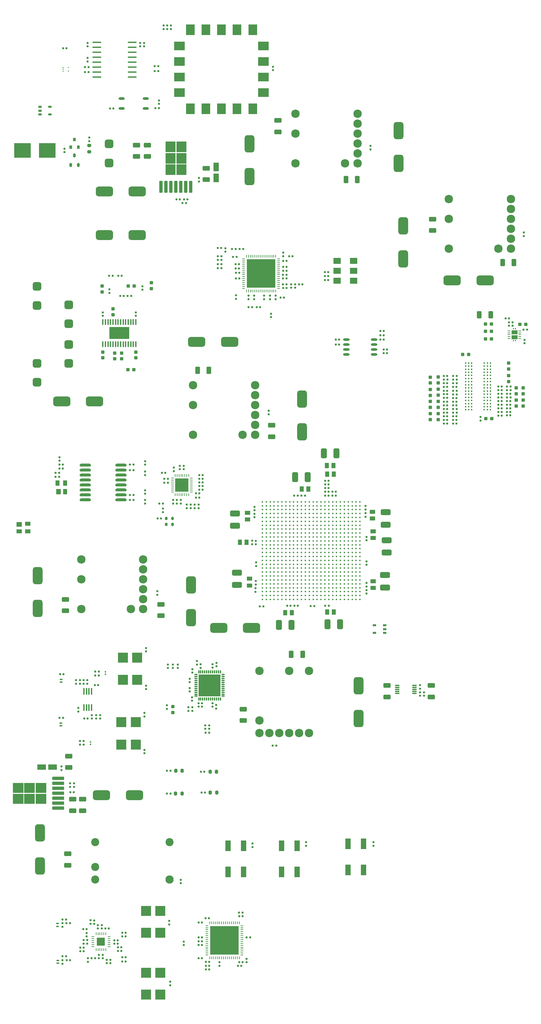
<source format=gtp>
G04*
G04 #@! TF.GenerationSoftware,Altium Limited,Altium Designer,22.11.1 (43)*
G04*
G04 Layer_Color=8421504*
%FSLAX44Y44*%
%MOMM*%
G71*
G04*
G04 #@! TF.SameCoordinates,53296E8D-2C6D-437B-9D4A-58ED0EF3D4B0*
G04*
G04*
G04 #@! TF.FilePolarity,Positive*
G04*
G01*
G75*
%ADD30R,2.5750X2.7100*%
%ADD31R,5.1600X3.1000*%
%ADD32R,2.7100X2.5750*%
%ADD33C,0.4500*%
G04:AMPARAMS|DCode=34|XSize=1.397mm|YSize=1.0922mm|CornerRadius=0.2021mm|HoleSize=0mm|Usage=FLASHONLY|Rotation=90.000|XOffset=0mm|YOffset=0mm|HoleType=Round|Shape=RoundedRectangle|*
%AMROUNDEDRECTD34*
21,1,1.3970,0.6881,0,0,90.0*
21,1,0.9929,1.0922,0,0,90.0*
1,1,0.4041,0.3440,0.4964*
1,1,0.4041,0.3440,-0.4964*
1,1,0.4041,-0.3440,-0.4964*
1,1,0.4041,-0.3440,0.4964*
%
%ADD34ROUNDEDRECTD34*%
%ADD35R,1.3500X2.7000*%
%ADD36C,2.1590*%
G04:AMPARAMS|DCode=37|XSize=4.4mm|YSize=2.5mm|CornerRadius=0.625mm|HoleSize=0mm|Usage=FLASHONLY|Rotation=90.000|XOffset=0mm|YOffset=0mm|HoleType=Round|Shape=RoundedRectangle|*
%AMROUNDEDRECTD37*
21,1,4.4000,1.2500,0,0,90.0*
21,1,3.1500,2.5000,0,0,90.0*
1,1,1.2500,0.6250,1.5750*
1,1,1.2500,0.6250,-1.5750*
1,1,1.2500,-0.6250,-1.5750*
1,1,1.2500,-0.6250,1.5750*
%
%ADD37ROUNDEDRECTD37*%
G04:AMPARAMS|DCode=38|XSize=0.508mm|YSize=0.508mm|CornerRadius=0.1524mm|HoleSize=0mm|Usage=FLASHONLY|Rotation=180.000|XOffset=0mm|YOffset=0mm|HoleType=Round|Shape=RoundedRectangle|*
%AMROUNDEDRECTD38*
21,1,0.5080,0.2032,0,0,180.0*
21,1,0.2032,0.5080,0,0,180.0*
1,1,0.3048,-0.1016,0.1016*
1,1,0.3048,0.1016,0.1016*
1,1,0.3048,0.1016,-0.1016*
1,1,0.3048,-0.1016,-0.1016*
%
%ADD38ROUNDEDRECTD38*%
%ADD39R,0.9500X0.5000*%
G04:AMPARAMS|DCode=40|XSize=3.06mm|YSize=0.89mm|CornerRadius=0.2225mm|HoleSize=0mm|Usage=FLASHONLY|Rotation=90.000|XOffset=0mm|YOffset=0mm|HoleType=Round|Shape=RoundedRectangle|*
%AMROUNDEDRECTD40*
21,1,3.0600,0.4450,0,0,90.0*
21,1,2.6150,0.8900,0,0,90.0*
1,1,0.4450,0.2225,1.3075*
1,1,0.4450,0.2225,-1.3075*
1,1,0.4450,-0.2225,-1.3075*
1,1,0.4450,-0.2225,1.3075*
%
%ADD40ROUNDEDRECTD40*%
G04:AMPARAMS|DCode=41|XSize=1.8034mm|YSize=1.1938mm|CornerRadius=0.203mm|HoleSize=0mm|Usage=FLASHONLY|Rotation=270.000|XOffset=0mm|YOffset=0mm|HoleType=Round|Shape=RoundedRectangle|*
%AMROUNDEDRECTD41*
21,1,1.8034,0.7879,0,0,270.0*
21,1,1.3975,1.1938,0,0,270.0*
1,1,0.4059,-0.3940,-0.6988*
1,1,0.4059,-0.3940,0.6988*
1,1,0.4059,0.3940,0.6988*
1,1,0.4059,0.3940,-0.6988*
%
%ADD41ROUNDEDRECTD41*%
G04:AMPARAMS|DCode=42|XSize=0.508mm|YSize=0.508mm|CornerRadius=0.1524mm|HoleSize=0mm|Usage=FLASHONLY|Rotation=270.000|XOffset=0mm|YOffset=0mm|HoleType=Round|Shape=RoundedRectangle|*
%AMROUNDEDRECTD42*
21,1,0.5080,0.2032,0,0,270.0*
21,1,0.2032,0.5080,0,0,270.0*
1,1,0.3048,-0.1016,-0.1016*
1,1,0.3048,-0.1016,0.1016*
1,1,0.3048,0.1016,0.1016*
1,1,0.3048,0.1016,-0.1016*
%
%ADD42ROUNDEDRECTD42*%
G04:AMPARAMS|DCode=43|XSize=1.8034mm|YSize=1.1938mm|CornerRadius=0.203mm|HoleSize=0mm|Usage=FLASHONLY|Rotation=0.000|XOffset=0mm|YOffset=0mm|HoleType=Round|Shape=RoundedRectangle|*
%AMROUNDEDRECTD43*
21,1,1.8034,0.7879,0,0,0.0*
21,1,1.3975,1.1938,0,0,0.0*
1,1,0.4059,0.6988,-0.3940*
1,1,0.4059,-0.6988,-0.3940*
1,1,0.4059,-0.6988,0.3940*
1,1,0.4059,0.6988,0.3940*
%
%ADD43ROUNDEDRECTD43*%
%ADD44R,0.8000X0.2500*%
G04:AMPARAMS|DCode=45|XSize=3.4mm|YSize=3.4mm|CornerRadius=0mm|HoleSize=0mm|Usage=FLASHONLY|Rotation=0.000|XOffset=0mm|YOffset=0mm|HoleType=Round|Shape=RoundedRectangle|*
%AMROUNDEDRECTD45*
21,1,3.4000,3.4000,0,0,0.0*
21,1,3.4000,3.4000,0,0,0.0*
1,1,0.0000,1.7000,-1.7000*
1,1,0.0000,-1.7000,-1.7000*
1,1,0.0000,-1.7000,1.7000*
1,1,0.0000,1.7000,1.7000*
%
%ADD45ROUNDEDRECTD45*%
%ADD46R,0.2500X0.8000*%
%ADD47O,0.8000X0.2300*%
%ADD48O,0.2300X0.8000*%
%ADD49R,7.4000X7.4000*%
%ADD50R,1.9000X1.5000*%
%ADD51O,1.3500X0.3000*%
G04:AMPARAMS|DCode=52|XSize=4.4mm|YSize=2.5mm|CornerRadius=0.625mm|HoleSize=0mm|Usage=FLASHONLY|Rotation=0.000|XOffset=0mm|YOffset=0mm|HoleType=Round|Shape=RoundedRectangle|*
%AMROUNDEDRECTD52*
21,1,4.4000,1.2500,0,0,0.0*
21,1,3.1500,2.5000,0,0,0.0*
1,1,1.2500,1.5750,-0.6250*
1,1,1.2500,-1.5750,-0.6250*
1,1,1.2500,-1.5750,0.6250*
1,1,1.2500,1.5750,0.6250*
%
%ADD52ROUNDEDRECTD52*%
G04:AMPARAMS|DCode=53|XSize=2.5mm|YSize=1.5mm|CornerRadius=0.3mm|HoleSize=0mm|Usage=FLASHONLY|Rotation=270.000|XOffset=0mm|YOffset=0mm|HoleType=Round|Shape=RoundedRectangle|*
%AMROUNDEDRECTD53*
21,1,2.5000,0.9000,0,0,270.0*
21,1,1.9000,1.5000,0,0,270.0*
1,1,0.6000,-0.4500,-0.9500*
1,1,0.6000,-0.4500,0.9500*
1,1,0.6000,0.4500,0.9500*
1,1,0.6000,0.4500,-0.9500*
%
%ADD53ROUNDEDRECTD53*%
G04:AMPARAMS|DCode=54|XSize=2.5mm|YSize=1.5mm|CornerRadius=0.3mm|HoleSize=0mm|Usage=FLASHONLY|Rotation=0.000|XOffset=0mm|YOffset=0mm|HoleType=Round|Shape=RoundedRectangle|*
%AMROUNDEDRECTD54*
21,1,2.5000,0.9000,0,0,0.0*
21,1,1.9000,1.5000,0,0,0.0*
1,1,0.6000,0.9500,-0.4500*
1,1,0.6000,-0.9500,-0.4500*
1,1,0.6000,-0.9500,0.4500*
1,1,0.6000,0.9500,0.4500*
%
%ADD54ROUNDEDRECTD54*%
G04:AMPARAMS|DCode=55|XSize=1.397mm|YSize=1.0922mm|CornerRadius=0.2021mm|HoleSize=0mm|Usage=FLASHONLY|Rotation=0.000|XOffset=0mm|YOffset=0mm|HoleType=Round|Shape=RoundedRectangle|*
%AMROUNDEDRECTD55*
21,1,1.3970,0.6881,0,0,0.0*
21,1,0.9929,1.0922,0,0,0.0*
1,1,0.4041,0.4964,-0.3440*
1,1,0.4041,-0.4964,-0.3440*
1,1,0.4041,-0.4964,0.3440*
1,1,0.4041,0.4964,0.3440*
%
%ADD55ROUNDEDRECTD55*%
%ADD56R,1.3500X2.2000*%
G04:AMPARAMS|DCode=57|XSize=0.24mm|YSize=0.6mm|CornerRadius=0.0492mm|HoleSize=0mm|Usage=FLASHONLY|Rotation=90.000|XOffset=0mm|YOffset=0mm|HoleType=Round|Shape=RoundedRectangle|*
%AMROUNDEDRECTD57*
21,1,0.2400,0.5016,0,0,90.0*
21,1,0.1416,0.6000,0,0,90.0*
1,1,0.0984,0.2508,0.0708*
1,1,0.0984,0.2508,-0.0708*
1,1,0.0984,-0.2508,-0.0708*
1,1,0.0984,-0.2508,0.0708*
%
%ADD57ROUNDEDRECTD57*%
G04:AMPARAMS|DCode=58|XSize=0.889mm|YSize=0.8636mm|CornerRadius=0.1511mm|HoleSize=0mm|Usage=FLASHONLY|Rotation=270.000|XOffset=0mm|YOffset=0mm|HoleType=Round|Shape=RoundedRectangle|*
%AMROUNDEDRECTD58*
21,1,0.8890,0.5613,0,0,270.0*
21,1,0.5867,0.8636,0,0,270.0*
1,1,0.3023,-0.2807,-0.2934*
1,1,0.3023,-0.2807,0.2934*
1,1,0.3023,0.2807,0.2934*
1,1,0.3023,0.2807,-0.2934*
%
%ADD58ROUNDEDRECTD58*%
G04:AMPARAMS|DCode=59|XSize=0.889mm|YSize=0.8636mm|CornerRadius=0.1511mm|HoleSize=0mm|Usage=FLASHONLY|Rotation=0.000|XOffset=0mm|YOffset=0mm|HoleType=Round|Shape=RoundedRectangle|*
%AMROUNDEDRECTD59*
21,1,0.8890,0.5613,0,0,0.0*
21,1,0.5867,0.8636,0,0,0.0*
1,1,0.3023,0.2934,-0.2807*
1,1,0.3023,-0.2934,-0.2807*
1,1,0.3023,-0.2934,0.2807*
1,1,0.3023,0.2934,0.2807*
%
%ADD59ROUNDEDRECTD59*%
%ADD60O,1.6500X0.6000*%
G04:AMPARAMS|DCode=61|XSize=1mm|YSize=0.8mm|CornerRadius=0.2mm|HoleSize=0mm|Usage=FLASHONLY|Rotation=180.000|XOffset=0mm|YOffset=0mm|HoleType=Round|Shape=RoundedRectangle|*
%AMROUNDEDRECTD61*
21,1,1.0000,0.4000,0,0,180.0*
21,1,0.6000,0.8000,0,0,180.0*
1,1,0.4000,-0.3000,0.2000*
1,1,0.4000,0.3000,0.2000*
1,1,0.4000,0.3000,-0.2000*
1,1,0.4000,-0.3000,-0.2000*
%
%ADD61ROUNDEDRECTD61*%
G04:AMPARAMS|DCode=62|XSize=0.75mm|YSize=0.85mm|CornerRadius=0.055mm|HoleSize=0mm|Usage=FLASHONLY|Rotation=180.000|XOffset=0mm|YOffset=0mm|HoleType=Round|Shape=RoundedRectangle|*
%AMROUNDEDRECTD62*
21,1,0.7500,0.7400,0,0,180.0*
21,1,0.6400,0.8500,0,0,180.0*
1,1,0.1100,-0.3200,0.3700*
1,1,0.1100,0.3200,0.3700*
1,1,0.1100,0.3200,-0.3700*
1,1,0.1100,-0.3200,-0.3700*
%
%ADD62ROUNDEDRECTD62*%
G04:AMPARAMS|DCode=63|XSize=0.75mm|YSize=0.95mm|CornerRadius=0.175mm|HoleSize=0mm|Usage=FLASHONLY|Rotation=180.000|XOffset=0mm|YOffset=0mm|HoleType=Round|Shape=RoundedRectangle|*
%AMROUNDEDRECTD63*
21,1,0.7500,0.6000,0,0,180.0*
21,1,0.4000,0.9500,0,0,180.0*
1,1,0.3500,-0.2000,0.3000*
1,1,0.3500,0.2000,0.3000*
1,1,0.3500,0.2000,-0.3000*
1,1,0.3500,-0.2000,-0.3000*
%
%ADD63ROUNDEDRECTD63*%
%ADD64R,2.7500X2.2500*%
%ADD65R,2.2500X2.7500*%
G04:AMPARAMS|DCode=66|XSize=0.6mm|YSize=0.8mm|CornerRadius=0.1375mm|HoleSize=0mm|Usage=FLASHONLY|Rotation=0.000|XOffset=0mm|YOffset=0mm|HoleType=Round|Shape=RoundedRectangle|*
%AMROUNDEDRECTD66*
21,1,0.6000,0.5250,0,0,0.0*
21,1,0.3250,0.8000,0,0,0.0*
1,1,0.2750,0.1625,-0.2625*
1,1,0.2750,-0.1625,-0.2625*
1,1,0.2750,-0.1625,0.2625*
1,1,0.2750,0.1625,0.2625*
%
%ADD66ROUNDEDRECTD66*%
%ADD67O,0.3000X1.6000*%
G04:AMPARAMS|DCode=68|XSize=2.26mm|YSize=2.16mm|CornerRadius=0.54mm|HoleSize=0mm|Usage=FLASHONLY|Rotation=180.000|XOffset=0mm|YOffset=0mm|HoleType=Round|Shape=RoundedRectangle|*
%AMROUNDEDRECTD68*
21,1,2.2600,1.0800,0,0,180.0*
21,1,1.1800,2.1600,0,0,180.0*
1,1,1.0800,-0.5900,0.5400*
1,1,1.0800,0.5900,0.5400*
1,1,1.0800,0.5900,-0.5400*
1,1,1.0800,-0.5900,-0.5400*
%
%ADD68ROUNDEDRECTD68*%
%ADD69R,1.2000X1.4000*%
%ADD70R,1.0000X1.4000*%
%ADD71R,1.4000X1.2000*%
%ADD72R,1.4000X1.0000*%
G04:AMPARAMS|DCode=73|XSize=3.06mm|YSize=0.89mm|CornerRadius=0.2225mm|HoleSize=0mm|Usage=FLASHONLY|Rotation=180.000|XOffset=0mm|YOffset=0mm|HoleType=Round|Shape=RoundedRectangle|*
%AMROUNDEDRECTD73*
21,1,3.0600,0.4450,0,0,180.0*
21,1,2.6150,0.8900,0,0,180.0*
1,1,0.4450,-1.3075,0.2225*
1,1,0.4450,1.3075,0.2225*
1,1,0.4450,1.3075,-0.2225*
1,1,0.4450,-1.3075,-0.2225*
%
%ADD73ROUNDEDRECTD73*%
%ADD74R,2.6000X2.5000*%
%ADD75R,7.4000X7.4000*%
%ADD76R,2.1000X2.1000*%
%ADD77O,0.2000X0.8000*%
%ADD78O,0.8000X0.2000*%
G04:AMPARAMS|DCode=79|XSize=0.35mm|YSize=0.65mm|CornerRadius=0.025mm|HoleSize=0mm|Usage=FLASHONLY|Rotation=270.000|XOffset=0mm|YOffset=0mm|HoleType=Round|Shape=RoundedRectangle|*
%AMROUNDEDRECTD79*
21,1,0.3500,0.6000,0,0,270.0*
21,1,0.3000,0.6500,0,0,270.0*
1,1,0.0500,-0.3000,-0.1500*
1,1,0.0500,-0.3000,0.1500*
1,1,0.0500,0.3000,0.1500*
1,1,0.0500,0.3000,-0.1500*
%
%ADD79ROUNDEDRECTD79*%
%ADD80O,0.2800X0.8500*%
%ADD81O,0.8500X0.2800*%
%ADD82R,5.6000X5.6000*%
%ADD83O,0.4000X1.8000*%
%ADD84R,0.4572X0.3048*%
%ADD85O,2.9210X0.7620*%
%ADD86R,4.2418X3.8100*%
G04:AMPARAMS|DCode=87|XSize=0.25mm|YSize=0.4mm|CornerRadius=0.05mm|HoleSize=0mm|Usage=FLASHONLY|Rotation=90.000|XOffset=0mm|YOffset=0mm|HoleType=Round|Shape=RoundedRectangle|*
%AMROUNDEDRECTD87*
21,1,0.2500,0.3000,0,0,90.0*
21,1,0.1500,0.4000,0,0,90.0*
1,1,0.1000,0.1500,0.0750*
1,1,0.1000,0.1500,-0.0750*
1,1,0.1000,-0.1500,-0.0750*
1,1,0.1000,-0.1500,0.0750*
%
%ADD87ROUNDEDRECTD87*%
%ADD88C,2.1090*%
%ADD89C,2.0574*%
%ADD90R,2.2000X1.3500*%
%ADD91O,1.6000X0.6000*%
%ADD92R,2.1990X0.4590*%
G04:AMPARAMS|DCode=93|XSize=1mm|YSize=0.8mm|CornerRadius=0.2mm|HoleSize=0mm|Usage=FLASHONLY|Rotation=270.000|XOffset=0mm|YOffset=0mm|HoleType=Round|Shape=RoundedRectangle|*
%AMROUNDEDRECTD93*
21,1,1.0000,0.4000,0,0,270.0*
21,1,0.6000,0.8000,0,0,270.0*
1,1,0.4000,-0.2000,-0.3000*
1,1,0.4000,-0.2000,0.3000*
1,1,0.4000,0.2000,0.3000*
1,1,0.4000,0.2000,-0.3000*
%
%ADD93ROUNDEDRECTD93*%
G36*
X1371754Y1799372D02*
X1373254Y1799371D01*
X1373354Y1799371D01*
X1373537Y1799296D01*
X1373678Y1799155D01*
X1373755Y1798971D01*
Y1798872D01*
X1373755Y1796472D01*
X1373755Y1796373D01*
X1373679Y1796188D01*
X1373538Y1796047D01*
X1373353Y1795971D01*
X1373254Y1795971D01*
X1371754Y1795971D01*
X1371654Y1795971D01*
X1371471Y1796048D01*
X1371330Y1796189D01*
X1371254Y1796373D01*
X1371254Y1796472D01*
X1371254Y1798871D01*
X1371254Y1798971D01*
X1371330Y1799155D01*
X1371471Y1799296D01*
X1371655Y1799372D01*
X1371754Y1799372D01*
D02*
G37*
G36*
X1366754D02*
X1368254Y1799371D01*
X1368353Y1799371D01*
X1368537Y1799296D01*
X1368678Y1799155D01*
X1368754Y1798971D01*
Y1798872D01*
X1368755Y1796472D01*
X1368755Y1796373D01*
X1368679Y1796188D01*
X1368538Y1796047D01*
X1368353Y1795971D01*
X1368254Y1795971D01*
X1366754Y1795971D01*
X1366654Y1795971D01*
X1366471Y1796048D01*
X1366330Y1796189D01*
X1366254Y1796373D01*
X1366254Y1796472D01*
X1366254Y1798871D01*
X1366254Y1798971D01*
X1366330Y1799155D01*
X1366471Y1799296D01*
X1366655Y1799372D01*
X1366754Y1799372D01*
D02*
G37*
G36*
X1377070Y1793820D02*
X1377351Y1793539D01*
X1377503Y1793172D01*
X1377503Y1792973D01*
X1377503Y1784371D01*
X1377503Y1784172D01*
X1377351Y1783805D01*
X1377070Y1783524D01*
X1376703Y1783372D01*
X1376504Y1783372D01*
X1363504Y1783371D01*
X1363305Y1783371D01*
X1362937Y1783523D01*
X1362656Y1783805D01*
X1362504Y1784172D01*
X1362504Y1784371D01*
X1362504Y1792971D01*
X1362503Y1793170D01*
X1362655Y1793538D01*
X1362937Y1793819D01*
X1363305Y1793972D01*
X1363504Y1793971D01*
X1376503Y1793972D01*
X1376702Y1793972D01*
X1377070Y1793820D01*
D02*
G37*
G36*
X1376703Y1781371D02*
X1377071Y1781219D01*
X1377352Y1780938D01*
X1377504Y1780571D01*
X1377504Y1780372D01*
X1377505Y1771772D01*
X1377505Y1771573D01*
X1377353Y1771205D01*
X1377071Y1770923D01*
X1376703Y1770771D01*
X1376504Y1770771D01*
X1363505Y1770771D01*
X1363306Y1770771D01*
X1362939Y1770923D01*
X1362657Y1771204D01*
X1362505Y1771571D01*
X1362505Y1771770D01*
X1362505Y1780372D01*
X1362505Y1780571D01*
X1362657Y1780938D01*
X1362938Y1781219D01*
X1363305Y1781371D01*
X1363504Y1781371D01*
X1376505Y1781372D01*
X1376703Y1781371D01*
D02*
G37*
G36*
X1371754Y1768772D02*
X1373255Y1768772D01*
X1373354Y1768771D01*
X1373538Y1768695D01*
X1373678Y1768554D01*
X1373754Y1768370D01*
X1373754Y1768271D01*
X1373754Y1765871D01*
X1373754Y1765772D01*
X1373678Y1765588D01*
X1373537Y1765447D01*
X1373353Y1765371D01*
X1373254Y1765371D01*
X1371754Y1765372D01*
X1371655Y1765371D01*
X1371471Y1765447D01*
X1371330Y1765588D01*
X1371254Y1765771D01*
Y1765871D01*
X1371253Y1768270D01*
X1371253Y1768370D01*
X1371329Y1768554D01*
X1371470Y1768696D01*
X1371655Y1768772D01*
X1371754Y1768772D01*
D02*
G37*
G36*
X1366754D02*
X1368255Y1768772D01*
X1368354Y1768771D01*
X1368538Y1768695D01*
X1368678Y1768554D01*
X1368754Y1768370D01*
X1368754Y1768271D01*
X1368754Y1765871D01*
X1368754Y1765772D01*
X1368678Y1765588D01*
X1368537Y1765447D01*
X1368353Y1765371D01*
X1368254Y1765371D01*
X1366754Y1765372D01*
X1366655Y1765371D01*
X1366471Y1765447D01*
X1366330Y1765588D01*
X1366254Y1765771D01*
Y1765871D01*
X1366253Y1768270D01*
X1366253Y1768370D01*
X1366329Y1768554D01*
X1366470Y1768696D01*
X1366655Y1768772D01*
X1366754Y1768772D01*
D02*
G37*
G36*
X532960Y1403909D02*
X524259D01*
Y1412609D01*
X532960D01*
Y1403909D01*
D02*
G37*
G36*
X522259D02*
X513559D01*
Y1412609D01*
X522259D01*
Y1403909D01*
D02*
G37*
G36*
X511559D02*
X502859D01*
Y1412609D01*
X511559D01*
Y1403909D01*
D02*
G37*
G36*
X532960Y1393209D02*
X524259D01*
Y1401909D01*
X532960D01*
Y1393209D01*
D02*
G37*
G36*
X522259D02*
X513559D01*
Y1401909D01*
X522259D01*
Y1393209D01*
D02*
G37*
G36*
X511559D02*
X502859D01*
Y1401909D01*
X511559D01*
Y1393209D01*
D02*
G37*
G36*
X532960Y1382509D02*
X524259D01*
Y1391209D01*
X532960D01*
Y1382509D01*
D02*
G37*
G36*
X522259D02*
X513559D01*
Y1391209D01*
X522259D01*
Y1382509D01*
D02*
G37*
G36*
X511559D02*
X502859D01*
Y1391209D01*
X511559D01*
Y1382509D01*
D02*
G37*
D30*
X516239Y2234232D02*
D03*
Y2205132D02*
D03*
Y2263332D02*
D03*
X488480D02*
D03*
Y2205132D02*
D03*
Y2234232D02*
D03*
D31*
X357580Y1786529D02*
D03*
D32*
X127511Y621837D02*
D03*
X156588Y621837D02*
D03*
X98389D02*
D03*
Y594078D02*
D03*
X156588D02*
D03*
X127511Y594078D02*
D03*
D33*
X724073Y1354560D02*
D03*
Y1344560D02*
D03*
Y1324560D02*
D03*
Y1334560D02*
D03*
Y1314560D02*
D03*
Y1304560D02*
D03*
Y1284560D02*
D03*
Y1274560D02*
D03*
Y1264560D02*
D03*
Y1244560D02*
D03*
Y1254560D02*
D03*
Y1294560D02*
D03*
Y1234560D02*
D03*
Y1224560D02*
D03*
Y1214560D02*
D03*
Y1204560D02*
D03*
Y1184560D02*
D03*
Y1194560D02*
D03*
Y1174560D02*
D03*
Y1134560D02*
D03*
Y1124560D02*
D03*
Y1144560D02*
D03*
Y1154560D02*
D03*
Y1164560D02*
D03*
Y1114560D02*
D03*
Y1104560D02*
D03*
X734073Y1354560D02*
D03*
Y1344560D02*
D03*
Y1334560D02*
D03*
Y1324560D02*
D03*
Y1314560D02*
D03*
Y1304560D02*
D03*
Y1294560D02*
D03*
Y1284560D02*
D03*
Y1274560D02*
D03*
Y1264560D02*
D03*
Y1254560D02*
D03*
Y1244560D02*
D03*
Y1234560D02*
D03*
Y1224560D02*
D03*
Y1214560D02*
D03*
Y1204560D02*
D03*
Y1194560D02*
D03*
Y1184560D02*
D03*
Y1174560D02*
D03*
Y1164560D02*
D03*
Y1154560D02*
D03*
Y1144560D02*
D03*
Y1134560D02*
D03*
Y1124560D02*
D03*
Y1114560D02*
D03*
Y1104560D02*
D03*
X744073Y1354560D02*
D03*
Y1344560D02*
D03*
Y1334560D02*
D03*
Y1324560D02*
D03*
Y1314560D02*
D03*
Y1304560D02*
D03*
Y1294560D02*
D03*
Y1284560D02*
D03*
Y1274560D02*
D03*
Y1264560D02*
D03*
Y1254560D02*
D03*
Y1244560D02*
D03*
Y1234560D02*
D03*
Y1224560D02*
D03*
Y1214560D02*
D03*
Y1204560D02*
D03*
Y1194560D02*
D03*
Y1184560D02*
D03*
Y1174560D02*
D03*
Y1164560D02*
D03*
Y1154560D02*
D03*
Y1144560D02*
D03*
Y1134560D02*
D03*
Y1124560D02*
D03*
Y1114560D02*
D03*
Y1104560D02*
D03*
X754073Y1354560D02*
D03*
Y1344560D02*
D03*
Y1334560D02*
D03*
Y1324560D02*
D03*
Y1314560D02*
D03*
Y1304560D02*
D03*
Y1294560D02*
D03*
Y1284560D02*
D03*
Y1274560D02*
D03*
Y1264560D02*
D03*
Y1254560D02*
D03*
Y1244560D02*
D03*
Y1234560D02*
D03*
Y1224560D02*
D03*
Y1214560D02*
D03*
Y1204560D02*
D03*
Y1194560D02*
D03*
Y1184560D02*
D03*
Y1174560D02*
D03*
Y1164560D02*
D03*
Y1154560D02*
D03*
Y1144560D02*
D03*
Y1134560D02*
D03*
Y1124560D02*
D03*
Y1114560D02*
D03*
Y1104560D02*
D03*
X764073Y1354560D02*
D03*
Y1344560D02*
D03*
Y1334560D02*
D03*
Y1324560D02*
D03*
Y1314560D02*
D03*
Y1304560D02*
D03*
Y1294560D02*
D03*
Y1284560D02*
D03*
Y1274560D02*
D03*
Y1264560D02*
D03*
Y1254560D02*
D03*
Y1244560D02*
D03*
Y1234560D02*
D03*
Y1224560D02*
D03*
Y1214560D02*
D03*
Y1204560D02*
D03*
Y1194560D02*
D03*
Y1184560D02*
D03*
Y1174560D02*
D03*
Y1164560D02*
D03*
Y1154560D02*
D03*
Y1144560D02*
D03*
Y1134560D02*
D03*
Y1124560D02*
D03*
Y1114560D02*
D03*
Y1104560D02*
D03*
X774073Y1354560D02*
D03*
Y1344560D02*
D03*
Y1334560D02*
D03*
Y1324560D02*
D03*
Y1314560D02*
D03*
Y1304560D02*
D03*
Y1294560D02*
D03*
Y1284560D02*
D03*
Y1274560D02*
D03*
Y1264560D02*
D03*
Y1254560D02*
D03*
Y1244560D02*
D03*
Y1234560D02*
D03*
Y1224560D02*
D03*
Y1214560D02*
D03*
Y1204560D02*
D03*
Y1194560D02*
D03*
Y1184560D02*
D03*
Y1174560D02*
D03*
Y1164560D02*
D03*
Y1154560D02*
D03*
Y1144560D02*
D03*
Y1134560D02*
D03*
Y1124560D02*
D03*
Y1114560D02*
D03*
Y1104560D02*
D03*
X784073Y1354560D02*
D03*
Y1344560D02*
D03*
Y1334560D02*
D03*
Y1324560D02*
D03*
Y1314560D02*
D03*
Y1304560D02*
D03*
Y1294560D02*
D03*
Y1284560D02*
D03*
Y1274560D02*
D03*
Y1264560D02*
D03*
Y1254560D02*
D03*
Y1244560D02*
D03*
Y1234560D02*
D03*
Y1224560D02*
D03*
Y1214560D02*
D03*
Y1204560D02*
D03*
Y1194560D02*
D03*
Y1184560D02*
D03*
Y1174560D02*
D03*
Y1164560D02*
D03*
Y1154560D02*
D03*
Y1144560D02*
D03*
Y1134560D02*
D03*
Y1124560D02*
D03*
Y1114560D02*
D03*
Y1104560D02*
D03*
X794073Y1354560D02*
D03*
Y1344560D02*
D03*
Y1334560D02*
D03*
Y1324560D02*
D03*
Y1314560D02*
D03*
Y1304560D02*
D03*
Y1294560D02*
D03*
Y1284560D02*
D03*
Y1274560D02*
D03*
Y1264560D02*
D03*
Y1254560D02*
D03*
Y1244560D02*
D03*
Y1234560D02*
D03*
Y1224560D02*
D03*
Y1214560D02*
D03*
Y1204560D02*
D03*
Y1194560D02*
D03*
Y1184560D02*
D03*
Y1174560D02*
D03*
Y1164560D02*
D03*
Y1154560D02*
D03*
Y1144560D02*
D03*
Y1134560D02*
D03*
Y1124560D02*
D03*
Y1114560D02*
D03*
Y1104560D02*
D03*
X804073Y1354560D02*
D03*
Y1344560D02*
D03*
Y1334560D02*
D03*
Y1324560D02*
D03*
Y1314560D02*
D03*
Y1304560D02*
D03*
Y1294560D02*
D03*
Y1284560D02*
D03*
Y1274560D02*
D03*
Y1264560D02*
D03*
Y1254560D02*
D03*
Y1244560D02*
D03*
Y1234560D02*
D03*
Y1224560D02*
D03*
Y1214560D02*
D03*
Y1204560D02*
D03*
Y1194560D02*
D03*
Y1184560D02*
D03*
Y1174560D02*
D03*
Y1164560D02*
D03*
Y1154560D02*
D03*
Y1144560D02*
D03*
Y1134560D02*
D03*
Y1124560D02*
D03*
Y1114560D02*
D03*
Y1104560D02*
D03*
X814073Y1354560D02*
D03*
Y1344560D02*
D03*
Y1334560D02*
D03*
Y1324560D02*
D03*
Y1314560D02*
D03*
Y1304560D02*
D03*
Y1294560D02*
D03*
Y1284560D02*
D03*
Y1274560D02*
D03*
Y1264560D02*
D03*
Y1254560D02*
D03*
Y1244560D02*
D03*
Y1234560D02*
D03*
Y1224560D02*
D03*
Y1214560D02*
D03*
Y1204560D02*
D03*
Y1194560D02*
D03*
Y1184560D02*
D03*
Y1174560D02*
D03*
Y1164560D02*
D03*
Y1154560D02*
D03*
Y1144560D02*
D03*
Y1134560D02*
D03*
Y1124560D02*
D03*
Y1114560D02*
D03*
Y1104560D02*
D03*
X824073Y1354560D02*
D03*
Y1344560D02*
D03*
Y1334560D02*
D03*
Y1324560D02*
D03*
Y1314560D02*
D03*
Y1304560D02*
D03*
Y1294560D02*
D03*
Y1284560D02*
D03*
Y1274560D02*
D03*
Y1264560D02*
D03*
Y1254560D02*
D03*
Y1244560D02*
D03*
Y1234560D02*
D03*
Y1224560D02*
D03*
Y1214560D02*
D03*
Y1204560D02*
D03*
Y1194560D02*
D03*
Y1184560D02*
D03*
Y1174560D02*
D03*
Y1164560D02*
D03*
Y1154560D02*
D03*
Y1144560D02*
D03*
Y1134560D02*
D03*
Y1124560D02*
D03*
Y1114560D02*
D03*
Y1104560D02*
D03*
X834073Y1354560D02*
D03*
Y1344560D02*
D03*
Y1334560D02*
D03*
Y1324560D02*
D03*
Y1314560D02*
D03*
Y1304560D02*
D03*
Y1294560D02*
D03*
Y1284560D02*
D03*
Y1274560D02*
D03*
Y1264560D02*
D03*
Y1254560D02*
D03*
Y1244560D02*
D03*
Y1234560D02*
D03*
Y1224560D02*
D03*
Y1214560D02*
D03*
Y1204560D02*
D03*
Y1194560D02*
D03*
Y1184560D02*
D03*
Y1174560D02*
D03*
Y1164560D02*
D03*
Y1154560D02*
D03*
Y1144560D02*
D03*
Y1134560D02*
D03*
Y1124560D02*
D03*
Y1114560D02*
D03*
Y1104560D02*
D03*
X844073Y1354560D02*
D03*
Y1344560D02*
D03*
Y1334560D02*
D03*
Y1324560D02*
D03*
Y1314560D02*
D03*
Y1304560D02*
D03*
Y1294560D02*
D03*
Y1284560D02*
D03*
Y1274560D02*
D03*
Y1264560D02*
D03*
Y1254560D02*
D03*
Y1244560D02*
D03*
Y1234560D02*
D03*
Y1224560D02*
D03*
Y1214560D02*
D03*
Y1204560D02*
D03*
Y1194560D02*
D03*
Y1184560D02*
D03*
Y1174560D02*
D03*
Y1164560D02*
D03*
Y1154560D02*
D03*
Y1144560D02*
D03*
Y1134560D02*
D03*
Y1124560D02*
D03*
Y1114560D02*
D03*
Y1104560D02*
D03*
X854073Y1354560D02*
D03*
Y1344560D02*
D03*
Y1334560D02*
D03*
Y1324560D02*
D03*
Y1314560D02*
D03*
Y1304560D02*
D03*
Y1294560D02*
D03*
Y1284560D02*
D03*
Y1274560D02*
D03*
Y1264560D02*
D03*
Y1254560D02*
D03*
Y1244560D02*
D03*
Y1234560D02*
D03*
Y1224560D02*
D03*
Y1214560D02*
D03*
Y1204560D02*
D03*
Y1194560D02*
D03*
Y1184560D02*
D03*
Y1174560D02*
D03*
Y1164560D02*
D03*
Y1154560D02*
D03*
Y1144560D02*
D03*
Y1134560D02*
D03*
Y1124560D02*
D03*
Y1114560D02*
D03*
Y1104560D02*
D03*
X864073Y1354560D02*
D03*
Y1344560D02*
D03*
Y1334560D02*
D03*
Y1324560D02*
D03*
Y1314560D02*
D03*
Y1304560D02*
D03*
Y1294560D02*
D03*
Y1284560D02*
D03*
Y1274560D02*
D03*
Y1264560D02*
D03*
Y1254560D02*
D03*
Y1244560D02*
D03*
Y1234560D02*
D03*
Y1224560D02*
D03*
Y1214560D02*
D03*
Y1204560D02*
D03*
Y1194560D02*
D03*
Y1184560D02*
D03*
Y1174560D02*
D03*
Y1164560D02*
D03*
Y1154560D02*
D03*
Y1144560D02*
D03*
Y1134560D02*
D03*
Y1124560D02*
D03*
Y1114560D02*
D03*
Y1104560D02*
D03*
X874073Y1354560D02*
D03*
Y1344560D02*
D03*
Y1334560D02*
D03*
Y1324560D02*
D03*
Y1314560D02*
D03*
Y1304560D02*
D03*
Y1294560D02*
D03*
Y1284560D02*
D03*
Y1274560D02*
D03*
Y1264560D02*
D03*
Y1254560D02*
D03*
Y1244560D02*
D03*
Y1234560D02*
D03*
Y1224560D02*
D03*
Y1214560D02*
D03*
Y1204560D02*
D03*
Y1194560D02*
D03*
Y1184560D02*
D03*
Y1174560D02*
D03*
Y1164560D02*
D03*
Y1154560D02*
D03*
Y1144560D02*
D03*
Y1134560D02*
D03*
Y1124560D02*
D03*
Y1114560D02*
D03*
Y1104560D02*
D03*
X884073Y1354560D02*
D03*
Y1344560D02*
D03*
Y1334560D02*
D03*
Y1324560D02*
D03*
Y1314560D02*
D03*
Y1304560D02*
D03*
Y1294560D02*
D03*
Y1284560D02*
D03*
Y1274560D02*
D03*
Y1264560D02*
D03*
Y1254560D02*
D03*
Y1244560D02*
D03*
Y1234560D02*
D03*
Y1224560D02*
D03*
Y1214560D02*
D03*
Y1204560D02*
D03*
Y1194560D02*
D03*
Y1184560D02*
D03*
Y1174560D02*
D03*
Y1164560D02*
D03*
Y1154560D02*
D03*
Y1144560D02*
D03*
Y1134560D02*
D03*
Y1124560D02*
D03*
Y1114560D02*
D03*
Y1104560D02*
D03*
X894073Y1354560D02*
D03*
Y1344560D02*
D03*
Y1334560D02*
D03*
Y1324560D02*
D03*
Y1314560D02*
D03*
Y1304560D02*
D03*
Y1294560D02*
D03*
Y1284560D02*
D03*
Y1274560D02*
D03*
Y1264560D02*
D03*
Y1254560D02*
D03*
Y1244560D02*
D03*
Y1234560D02*
D03*
Y1224560D02*
D03*
Y1214560D02*
D03*
Y1204560D02*
D03*
Y1194560D02*
D03*
Y1184560D02*
D03*
Y1174560D02*
D03*
Y1164560D02*
D03*
Y1154560D02*
D03*
Y1144560D02*
D03*
Y1134560D02*
D03*
Y1124560D02*
D03*
Y1114560D02*
D03*
Y1104560D02*
D03*
X904073Y1354560D02*
D03*
Y1344560D02*
D03*
Y1334560D02*
D03*
Y1324560D02*
D03*
Y1314560D02*
D03*
Y1304560D02*
D03*
Y1294560D02*
D03*
Y1284560D02*
D03*
Y1274560D02*
D03*
Y1264560D02*
D03*
Y1254560D02*
D03*
Y1244560D02*
D03*
Y1234560D02*
D03*
Y1224560D02*
D03*
Y1214560D02*
D03*
Y1204560D02*
D03*
Y1194560D02*
D03*
Y1184560D02*
D03*
Y1174560D02*
D03*
Y1164560D02*
D03*
Y1154560D02*
D03*
Y1144560D02*
D03*
Y1134560D02*
D03*
Y1124560D02*
D03*
Y1114560D02*
D03*
Y1104560D02*
D03*
X914073Y1354560D02*
D03*
Y1344560D02*
D03*
Y1334560D02*
D03*
Y1324560D02*
D03*
Y1314560D02*
D03*
Y1304560D02*
D03*
Y1294560D02*
D03*
Y1284560D02*
D03*
Y1274560D02*
D03*
Y1264560D02*
D03*
Y1254560D02*
D03*
Y1244560D02*
D03*
Y1234560D02*
D03*
Y1224560D02*
D03*
Y1214560D02*
D03*
Y1204560D02*
D03*
Y1194560D02*
D03*
Y1184560D02*
D03*
Y1174560D02*
D03*
Y1164560D02*
D03*
Y1154560D02*
D03*
Y1144560D02*
D03*
Y1134560D02*
D03*
Y1124560D02*
D03*
Y1114560D02*
D03*
Y1104560D02*
D03*
X924073Y1354560D02*
D03*
Y1344560D02*
D03*
Y1334560D02*
D03*
Y1324560D02*
D03*
Y1314560D02*
D03*
Y1304560D02*
D03*
Y1294560D02*
D03*
Y1284560D02*
D03*
Y1274560D02*
D03*
Y1264560D02*
D03*
Y1254560D02*
D03*
Y1244560D02*
D03*
Y1234560D02*
D03*
Y1224560D02*
D03*
Y1214560D02*
D03*
Y1204560D02*
D03*
Y1194560D02*
D03*
Y1184560D02*
D03*
Y1174560D02*
D03*
Y1164560D02*
D03*
Y1154560D02*
D03*
Y1144560D02*
D03*
Y1134560D02*
D03*
Y1124560D02*
D03*
Y1114560D02*
D03*
Y1104560D02*
D03*
X934073Y1354560D02*
D03*
Y1344560D02*
D03*
Y1334560D02*
D03*
Y1324560D02*
D03*
Y1314560D02*
D03*
Y1304560D02*
D03*
Y1294560D02*
D03*
Y1284560D02*
D03*
Y1274560D02*
D03*
Y1264560D02*
D03*
Y1254560D02*
D03*
Y1244560D02*
D03*
Y1234560D02*
D03*
Y1224560D02*
D03*
Y1214560D02*
D03*
Y1204560D02*
D03*
Y1194560D02*
D03*
Y1184560D02*
D03*
Y1174560D02*
D03*
Y1164560D02*
D03*
Y1154560D02*
D03*
Y1144560D02*
D03*
Y1134560D02*
D03*
Y1124560D02*
D03*
Y1114560D02*
D03*
Y1104560D02*
D03*
X944073Y1354560D02*
D03*
Y1344560D02*
D03*
Y1334560D02*
D03*
Y1324560D02*
D03*
Y1314560D02*
D03*
Y1304560D02*
D03*
Y1294560D02*
D03*
Y1284560D02*
D03*
Y1274560D02*
D03*
Y1264560D02*
D03*
Y1254560D02*
D03*
Y1244560D02*
D03*
Y1234560D02*
D03*
Y1224560D02*
D03*
Y1214560D02*
D03*
Y1204560D02*
D03*
Y1194560D02*
D03*
Y1184560D02*
D03*
Y1174560D02*
D03*
Y1164560D02*
D03*
Y1154560D02*
D03*
Y1144560D02*
D03*
Y1134560D02*
D03*
Y1124560D02*
D03*
Y1114560D02*
D03*
Y1104560D02*
D03*
X954073Y1354560D02*
D03*
Y1344560D02*
D03*
Y1334560D02*
D03*
Y1324560D02*
D03*
Y1314560D02*
D03*
Y1304560D02*
D03*
Y1294560D02*
D03*
Y1284560D02*
D03*
Y1274560D02*
D03*
Y1264560D02*
D03*
Y1254560D02*
D03*
Y1244560D02*
D03*
Y1234560D02*
D03*
Y1224560D02*
D03*
Y1214560D02*
D03*
Y1204560D02*
D03*
Y1194560D02*
D03*
Y1184560D02*
D03*
Y1174560D02*
D03*
Y1164560D02*
D03*
Y1154560D02*
D03*
Y1144560D02*
D03*
Y1134560D02*
D03*
Y1124560D02*
D03*
Y1114560D02*
D03*
Y1104560D02*
D03*
X964073Y1354560D02*
D03*
Y1344560D02*
D03*
Y1334560D02*
D03*
Y1324560D02*
D03*
Y1314560D02*
D03*
Y1304560D02*
D03*
Y1294560D02*
D03*
Y1284560D02*
D03*
Y1274560D02*
D03*
Y1264560D02*
D03*
Y1254560D02*
D03*
Y1244560D02*
D03*
Y1234560D02*
D03*
Y1224560D02*
D03*
Y1214560D02*
D03*
Y1204560D02*
D03*
Y1194560D02*
D03*
Y1184560D02*
D03*
Y1174560D02*
D03*
Y1164560D02*
D03*
Y1154560D02*
D03*
Y1144560D02*
D03*
Y1134560D02*
D03*
Y1124560D02*
D03*
Y1114560D02*
D03*
Y1104560D02*
D03*
X974073Y1354560D02*
D03*
Y1344560D02*
D03*
Y1334560D02*
D03*
Y1324560D02*
D03*
Y1314560D02*
D03*
Y1304560D02*
D03*
Y1294560D02*
D03*
Y1284560D02*
D03*
Y1274560D02*
D03*
Y1264560D02*
D03*
Y1254560D02*
D03*
Y1244560D02*
D03*
Y1234560D02*
D03*
Y1224560D02*
D03*
Y1214560D02*
D03*
Y1204560D02*
D03*
Y1194560D02*
D03*
Y1184560D02*
D03*
Y1174560D02*
D03*
Y1164560D02*
D03*
Y1154560D02*
D03*
Y1144560D02*
D03*
Y1134560D02*
D03*
Y1124560D02*
D03*
Y1114560D02*
D03*
Y1104560D02*
D03*
X1308408Y1590153D02*
D03*
X1300408D02*
D03*
X1292408D02*
D03*
X1260408D02*
D03*
X1252408D02*
D03*
X1244408D02*
D03*
X1308408Y1598153D02*
D03*
X1300408D02*
D03*
X1292408D02*
D03*
X1260408D02*
D03*
X1252408D02*
D03*
X1244408D02*
D03*
X1308408Y1606153D02*
D03*
X1300408D02*
D03*
X1292408D02*
D03*
X1260408D02*
D03*
X1252408D02*
D03*
X1244408D02*
D03*
X1308408Y1614153D02*
D03*
X1300408D02*
D03*
X1292408D02*
D03*
X1260408D02*
D03*
X1252408D02*
D03*
X1244408D02*
D03*
X1308408Y1622153D02*
D03*
X1300408D02*
D03*
X1292408D02*
D03*
X1260408D02*
D03*
X1252408D02*
D03*
X1244408D02*
D03*
X1308408Y1630153D02*
D03*
X1300408D02*
D03*
X1292408D02*
D03*
X1260408D02*
D03*
X1252408D02*
D03*
X1244408D02*
D03*
X1308408Y1638153D02*
D03*
X1300408D02*
D03*
X1292408D02*
D03*
X1260408D02*
D03*
X1252408D02*
D03*
X1244408D02*
D03*
X1308408Y1646153D02*
D03*
X1300408D02*
D03*
X1292408D02*
D03*
X1260408D02*
D03*
X1252408D02*
D03*
X1244408D02*
D03*
X1308408Y1654153D02*
D03*
X1300408D02*
D03*
X1292408D02*
D03*
X1260408D02*
D03*
X1252408D02*
D03*
X1244408D02*
D03*
X1308408Y1662153D02*
D03*
X1300408D02*
D03*
X1292408D02*
D03*
X1260408D02*
D03*
X1252408D02*
D03*
X1244408D02*
D03*
X1308408Y1670153D02*
D03*
X1300408D02*
D03*
X1292408D02*
D03*
X1260408D02*
D03*
X1252408D02*
D03*
X1244408D02*
D03*
X1308408Y1678153D02*
D03*
X1300408D02*
D03*
X1292408D02*
D03*
X1260408D02*
D03*
X1252408D02*
D03*
X1244408D02*
D03*
X1308408Y1686153D02*
D03*
X1300408D02*
D03*
X1292408D02*
D03*
X1260408D02*
D03*
X1252408D02*
D03*
X1244408D02*
D03*
X1308408Y1694153D02*
D03*
X1300408D02*
D03*
X1292408D02*
D03*
X1260408D02*
D03*
X1252408D02*
D03*
X1244408D02*
D03*
X1308408Y1702153D02*
D03*
X1300408D02*
D03*
X1292408D02*
D03*
X1260408D02*
D03*
X1252408D02*
D03*
X1244408D02*
D03*
X1308408Y1710153D02*
D03*
X1300408D02*
D03*
X1292408D02*
D03*
X1260408D02*
D03*
X1252408D02*
D03*
X1244408D02*
D03*
D34*
X799747Y1070976D02*
D03*
X782729D02*
D03*
X906371Y1447756D02*
D03*
X889353D02*
D03*
X906824Y1425095D02*
D03*
X889806D02*
D03*
X907197Y1072439D02*
D03*
X890179D02*
D03*
X666164Y1251267D02*
D03*
X683182D02*
D03*
X841861Y1387173D02*
D03*
X824843D02*
D03*
D35*
X635800Y474069D02*
D03*
X675800Y406569D02*
D03*
Y474069D02*
D03*
X635800Y406569D02*
D03*
X772960D02*
D03*
X812960Y474069D02*
D03*
Y406569D02*
D03*
X772960Y474069D02*
D03*
X943140Y479159D02*
D03*
X983140Y411659D02*
D03*
Y479159D02*
D03*
X943140Y411659D02*
D03*
D36*
X843190Y921391D02*
D03*
X792390D02*
D03*
X716190D02*
D03*
X843190Y762641D02*
D03*
X792390D02*
D03*
X817790D02*
D03*
X741590D02*
D03*
X766990D02*
D03*
X716190Y794391D02*
D03*
Y762641D02*
D03*
X967815Y2220869D02*
D03*
X936065D02*
D03*
X967815Y2271669D02*
D03*
Y2246269D02*
D03*
Y2322469D02*
D03*
Y2297069D02*
D03*
Y2347869D02*
D03*
X809065Y2220869D02*
D03*
Y2297069D02*
D03*
Y2347869D02*
D03*
X1201991Y2130173D02*
D03*
Y2079373D02*
D03*
Y2003173D02*
D03*
X1360741Y2130173D02*
D03*
Y2079373D02*
D03*
Y2104773D02*
D03*
Y2028573D02*
D03*
Y2053973D02*
D03*
X1328990Y2003173D02*
D03*
X1360741D02*
D03*
X259826Y1207134D02*
D03*
Y1156334D02*
D03*
Y1080134D02*
D03*
X418576Y1207134D02*
D03*
Y1156334D02*
D03*
Y1181734D02*
D03*
Y1105534D02*
D03*
Y1130934D02*
D03*
X386826Y1080134D02*
D03*
X418576D02*
D03*
X705108Y1526563D02*
D03*
X673358D02*
D03*
X705108Y1577363D02*
D03*
Y1551963D02*
D03*
Y1628163D02*
D03*
Y1602763D02*
D03*
Y1653563D02*
D03*
X546358Y1526563D02*
D03*
Y1602763D02*
D03*
Y1653563D02*
D03*
D37*
X1085134Y1976953D02*
D03*
Y2060953D02*
D03*
X1073154Y2220867D02*
D03*
Y2304867D02*
D03*
X690676Y2271488D02*
D03*
Y2187488D02*
D03*
X970370Y883461D02*
D03*
Y799461D02*
D03*
X825846Y1534003D02*
D03*
Y1618003D02*
D03*
X540931Y1057549D02*
D03*
Y1141549D02*
D03*
X148297Y1165679D02*
D03*
Y1081679D02*
D03*
X154600Y422369D02*
D03*
Y506369D02*
D03*
D38*
X308295Y799686D02*
D03*
Y808576D02*
D03*
X758220Y1882494D02*
D03*
Y1873604D02*
D03*
X688220Y1882414D02*
D03*
Y1873524D02*
D03*
X728340Y1882414D02*
D03*
Y1873524D02*
D03*
X743220Y1882414D02*
D03*
Y1873524D02*
D03*
X703220Y1882414D02*
D03*
Y1873524D02*
D03*
X655950Y1883049D02*
D03*
Y1874159D02*
D03*
X629586Y2003699D02*
D03*
Y1994809D02*
D03*
X807633Y1911492D02*
D03*
Y1902602D02*
D03*
X797393Y1911412D02*
D03*
Y1902522D02*
D03*
X777126Y1983679D02*
D03*
Y1992569D02*
D03*
X745680Y1827175D02*
D03*
Y1836065D02*
D03*
X1000899Y2266109D02*
D03*
Y2257219D02*
D03*
X1128124Y857852D02*
D03*
Y866742D02*
D03*
X1128064Y884827D02*
D03*
Y875937D02*
D03*
X1137821Y866633D02*
D03*
Y857743D02*
D03*
X987962Y1343759D02*
D03*
Y1334870D02*
D03*
X706731Y1151615D02*
D03*
Y1142725D02*
D03*
X706654Y1124255D02*
D03*
Y1133145D02*
D03*
X990834Y1193292D02*
D03*
Y1202182D02*
D03*
Y1146751D02*
D03*
Y1137861D02*
D03*
Y1119372D02*
D03*
Y1128262D02*
D03*
X990834Y1264957D02*
D03*
Y1256067D02*
D03*
X987996Y1316226D02*
D03*
Y1325116D02*
D03*
X707582Y1190348D02*
D03*
Y1199238D02*
D03*
X697869Y1246322D02*
D03*
Y1255212D02*
D03*
X707534Y1245670D02*
D03*
Y1254560D02*
D03*
X703754Y1314955D02*
D03*
Y1323845D02*
D03*
X703724Y1341992D02*
D03*
Y1333102D02*
D03*
X740255Y1587587D02*
D03*
Y1578697D02*
D03*
X561755Y2183678D02*
D03*
Y2174788D02*
D03*
X1282483Y1562888D02*
D03*
Y1571778D02*
D03*
X1395404Y1760431D02*
D03*
Y1769321D02*
D03*
X1393907Y2043954D02*
D03*
Y2035064D02*
D03*
X280579Y2287101D02*
D03*
Y2278211D02*
D03*
X216830Y2258786D02*
D03*
Y2249896D02*
D03*
X470640Y2565122D02*
D03*
Y2574012D02*
D03*
X480338Y2565281D02*
D03*
Y2574171D02*
D03*
X489660Y2565224D02*
D03*
Y2574114D02*
D03*
X410950Y2529551D02*
D03*
Y2520661D02*
D03*
X420946Y2529550D02*
D03*
Y2520660D02*
D03*
X458989Y2382329D02*
D03*
Y2373439D02*
D03*
X276220Y2482104D02*
D03*
Y2490995D02*
D03*
X276260Y2529550D02*
D03*
Y2520660D02*
D03*
X530240Y1347198D02*
D03*
Y1338308D02*
D03*
X540609Y1347196D02*
D03*
Y1338306D02*
D03*
X550560Y1347198D02*
D03*
Y1338308D02*
D03*
X560720Y1347198D02*
D03*
Y1338308D02*
D03*
X512262Y1437802D02*
D03*
Y1446692D02*
D03*
X497216Y1433357D02*
D03*
Y1442247D02*
D03*
X522259Y1437800D02*
D03*
Y1446690D02*
D03*
X515010Y1359296D02*
D03*
Y1350406D02*
D03*
X495410Y1359296D02*
D03*
Y1350406D02*
D03*
X505100D02*
D03*
Y1359296D02*
D03*
X469086Y1336991D02*
D03*
Y1328101D02*
D03*
X331780Y1898479D02*
D03*
Y1889589D02*
D03*
X416423Y1906617D02*
D03*
Y1897726D02*
D03*
X399830Y1839789D02*
D03*
Y1830899D02*
D03*
X315330Y1839787D02*
D03*
Y1830897D02*
D03*
X423464Y1458561D02*
D03*
Y1449671D02*
D03*
X423505Y1422957D02*
D03*
Y1431847D02*
D03*
X423503Y1350326D02*
D03*
Y1359216D02*
D03*
X423505Y1384313D02*
D03*
Y1375423D02*
D03*
X454571Y1125494D02*
D03*
Y1116604D02*
D03*
X514645Y386653D02*
D03*
Y377763D02*
D03*
X209489Y676962D02*
D03*
Y668072D02*
D03*
X241078Y633369D02*
D03*
Y624479D02*
D03*
X231637Y624610D02*
D03*
Y633500D02*
D03*
X522262Y228634D02*
D03*
Y219744D02*
D03*
X488086Y116479D02*
D03*
Y125369D02*
D03*
X683811Y175587D02*
D03*
Y184477D02*
D03*
X614410Y166644D02*
D03*
Y175534D02*
D03*
X211565Y275359D02*
D03*
Y266469D02*
D03*
X212239Y180534D02*
D03*
Y171644D02*
D03*
X485627Y272318D02*
D03*
Y281208D02*
D03*
X304880Y185592D02*
D03*
Y194482D02*
D03*
X302799Y261785D02*
D03*
Y270675D02*
D03*
X292880Y273872D02*
D03*
Y282762D02*
D03*
X273908Y250622D02*
D03*
Y241732D02*
D03*
X276860Y176801D02*
D03*
Y185691D02*
D03*
X283418Y273969D02*
D03*
Y282859D02*
D03*
X334831Y172892D02*
D03*
Y181782D02*
D03*
X315180Y185592D02*
D03*
Y194482D02*
D03*
X325620Y172892D02*
D03*
Y181782D02*
D03*
X312283Y261803D02*
D03*
Y270693D02*
D03*
X577905Y781978D02*
D03*
Y773088D02*
D03*
X588101Y781978D02*
D03*
Y773088D02*
D03*
X479424Y824476D02*
D03*
Y833366D02*
D03*
X421887Y710591D02*
D03*
Y719481D02*
D03*
X425697Y980112D02*
D03*
Y971222D02*
D03*
Y874914D02*
D03*
Y883804D02*
D03*
X252502Y817552D02*
D03*
Y826442D02*
D03*
X275445Y897809D02*
D03*
Y888919D02*
D03*
X256312Y897738D02*
D03*
Y888848D02*
D03*
X246284Y897738D02*
D03*
Y888848D02*
D03*
X266131Y897764D02*
D03*
Y888874D02*
D03*
X297876Y808499D02*
D03*
Y799609D02*
D03*
X286855Y808496D02*
D03*
Y799606D02*
D03*
X482274Y937895D02*
D03*
Y929005D02*
D03*
X507040Y937895D02*
D03*
Y929005D02*
D03*
X494974Y937895D02*
D03*
Y929005D02*
D03*
X544586Y925905D02*
D03*
Y917015D02*
D03*
X538116Y901405D02*
D03*
Y892515D02*
D03*
X538076Y869015D02*
D03*
Y877905D02*
D03*
X560352Y838755D02*
D03*
Y829865D02*
D03*
X543859Y854088D02*
D03*
Y845198D02*
D03*
X606315Y933382D02*
D03*
Y942272D02*
D03*
X556073Y938140D02*
D03*
Y947030D02*
D03*
X605633Y834417D02*
D03*
Y825527D02*
D03*
X566156Y929638D02*
D03*
Y938528D02*
D03*
X596117Y929718D02*
D03*
Y938608D02*
D03*
X596156Y838835D02*
D03*
Y829945D02*
D03*
X534266Y828205D02*
D03*
Y819315D02*
D03*
X544187Y828285D02*
D03*
Y819395D02*
D03*
X569062Y838835D02*
D03*
Y829945D02*
D03*
X421887Y813742D02*
D03*
Y804852D02*
D03*
X203867Y1459943D02*
D03*
Y1468833D02*
D03*
X751280Y2459629D02*
D03*
Y2468519D02*
D03*
X698980Y479689D02*
D03*
Y470799D02*
D03*
X836140Y482864D02*
D03*
Y473974D02*
D03*
X1008860Y473984D02*
D03*
Y482874D02*
D03*
D39*
X1011328Y1019228D02*
D03*
Y1038228D02*
D03*
X1037328D02*
D03*
Y1028728D02*
D03*
Y1019228D02*
D03*
X154080Y2365789D02*
D03*
Y2356289D02*
D03*
Y2346789D02*
D03*
X180080D02*
D03*
Y2365789D02*
D03*
D40*
X464260Y2161182D02*
D03*
X476960D02*
D03*
X489660D02*
D03*
X502360D02*
D03*
X515060D02*
D03*
X527760D02*
D03*
X540460D02*
D03*
D41*
X1368480Y1967074D02*
D03*
X1339524D02*
D03*
X967187Y2180163D02*
D03*
X938231D02*
D03*
X798128Y963806D02*
D03*
X827084D02*
D03*
X586740Y1691261D02*
D03*
X557784D02*
D03*
X1308764Y1833625D02*
D03*
X1279808D02*
D03*
D42*
X1402110Y1795824D02*
D03*
X1393220D02*
D03*
X884949Y1380245D02*
D03*
X893839D02*
D03*
X610109Y1983686D02*
D03*
X618999D02*
D03*
X655370Y2001834D02*
D03*
X646480D02*
D03*
X665742Y2001834D02*
D03*
X674632D02*
D03*
X657855Y1981679D02*
D03*
X648965D02*
D03*
X610109Y1973889D02*
D03*
X618999D02*
D03*
X618921Y1953049D02*
D03*
X610031D02*
D03*
X618919Y1963049D02*
D03*
X610029D02*
D03*
X664920Y1926429D02*
D03*
X656030D02*
D03*
X664205Y1963049D02*
D03*
X655315D02*
D03*
X664205Y1952419D02*
D03*
X655315D02*
D03*
X664840Y1941429D02*
D03*
X655950D02*
D03*
X618485Y2004334D02*
D03*
X609595D02*
D03*
X770250Y1877494D02*
D03*
X779140D02*
D03*
X776966Y1911429D02*
D03*
X785856D02*
D03*
X892805Y1922046D02*
D03*
X883915D02*
D03*
X892805Y1932206D02*
D03*
X883915D02*
D03*
X826765Y1911412D02*
D03*
X817875D02*
D03*
X892885Y1942366D02*
D03*
X883995D02*
D03*
X776858Y1936207D02*
D03*
X785748D02*
D03*
X777046Y1902339D02*
D03*
X785936D02*
D03*
X776698Y1926793D02*
D03*
X785588D02*
D03*
X777046Y1946429D02*
D03*
X785936D02*
D03*
X777046Y1971429D02*
D03*
X785936D02*
D03*
X777095Y1956166D02*
D03*
X785985D02*
D03*
X792475Y1983679D02*
D03*
X801365D02*
D03*
X688775Y1852569D02*
D03*
X697665D02*
D03*
X709330D02*
D03*
X718220D02*
D03*
X759565Y730455D02*
D03*
X750675D02*
D03*
X787173Y1088253D02*
D03*
X796063D02*
D03*
X815027D02*
D03*
X806137D02*
D03*
X717552Y1087147D02*
D03*
X726442D02*
D03*
X893797Y1389957D02*
D03*
X884907D02*
D03*
X893682Y1408668D02*
D03*
X884792D02*
D03*
X894249Y1088607D02*
D03*
X885359D02*
D03*
X856649Y1087890D02*
D03*
X847759D02*
D03*
X893744Y1399312D02*
D03*
X884854D02*
D03*
X833208Y1370617D02*
D03*
X824318D02*
D03*
X912228Y1380204D02*
D03*
X903338D02*
D03*
X805578Y1370466D02*
D03*
X814468D02*
D03*
X884777Y1370732D02*
D03*
X893667D02*
D03*
X912292D02*
D03*
X903402D02*
D03*
X519327Y2119866D02*
D03*
X528217D02*
D03*
X532230Y2129397D02*
D03*
X523340D02*
D03*
X512634Y2128987D02*
D03*
X503744D02*
D03*
X1221588Y1638714D02*
D03*
X1212698D02*
D03*
X1221342Y1601839D02*
D03*
X1212452D02*
D03*
X1221512Y1629537D02*
D03*
X1212622D02*
D03*
X1221291Y1610952D02*
D03*
X1212401D02*
D03*
X1221245Y1620487D02*
D03*
X1212355D02*
D03*
X1221460Y1564058D02*
D03*
X1212570D02*
D03*
X1221420Y1573618D02*
D03*
X1212530D02*
D03*
X1221530Y1583239D02*
D03*
X1212640D02*
D03*
X1221587Y1592612D02*
D03*
X1212697D02*
D03*
X1221460Y1554798D02*
D03*
X1212570D02*
D03*
X1221507Y1676997D02*
D03*
X1212617D02*
D03*
X1197551Y1677242D02*
D03*
X1188661D02*
D03*
X1035044Y1780969D02*
D03*
X1026154D02*
D03*
X911935Y1770019D02*
D03*
X920825D02*
D03*
X911933Y1757319D02*
D03*
X920823D02*
D03*
X1034411Y1735093D02*
D03*
X1043301D02*
D03*
X1043299Y1744619D02*
D03*
X1034409D02*
D03*
X1035125Y1770019D02*
D03*
X1026235D02*
D03*
X1035125Y1791609D02*
D03*
X1026235D02*
D03*
X1328214Y1594025D02*
D03*
X1337104D02*
D03*
X1328434Y1631034D02*
D03*
X1337324D02*
D03*
X1328447Y1612586D02*
D03*
X1337337D02*
D03*
X1328243Y1584831D02*
D03*
X1337133D02*
D03*
X1328295Y1603326D02*
D03*
X1337184D02*
D03*
X1328506Y1621946D02*
D03*
X1337397D02*
D03*
X1328447Y1649410D02*
D03*
X1337337D02*
D03*
X1328244Y1640243D02*
D03*
X1337134D02*
D03*
X1197404Y1554796D02*
D03*
X1188514D02*
D03*
X1197610Y1648759D02*
D03*
X1188720D02*
D03*
X1350707Y1621948D02*
D03*
X1359597D02*
D03*
X1350849Y1649412D02*
D03*
X1359738D02*
D03*
X1350252Y1575891D02*
D03*
X1359142D02*
D03*
X1350356Y1584833D02*
D03*
X1359246D02*
D03*
X1350849Y1640243D02*
D03*
X1359738D02*
D03*
X1350577Y1612586D02*
D03*
X1359467D02*
D03*
X1350356Y1603034D02*
D03*
X1359246D02*
D03*
X1197457Y1620586D02*
D03*
X1188567D02*
D03*
X1197466Y1601922D02*
D03*
X1188576D02*
D03*
X1221413Y1648759D02*
D03*
X1212523D02*
D03*
X1197413Y1630098D02*
D03*
X1188523D02*
D03*
X1197466Y1610950D02*
D03*
X1188576D02*
D03*
X1197657Y1573619D02*
D03*
X1188767D02*
D03*
X1197658Y1592612D02*
D03*
X1188768D02*
D03*
X1197404Y1564056D02*
D03*
X1188514D02*
D03*
X1197721Y1582856D02*
D03*
X1188831D02*
D03*
X1197521Y1639103D02*
D03*
X1188631D02*
D03*
X1197612Y1657869D02*
D03*
X1188722D02*
D03*
X1221531D02*
D03*
X1212641D02*
D03*
X1198127Y1667326D02*
D03*
X1189237D02*
D03*
X1221682Y1667590D02*
D03*
X1212792D02*
D03*
X1350564Y1631036D02*
D03*
X1359454D02*
D03*
X1328189Y1575597D02*
D03*
X1337079D02*
D03*
X1350356Y1594027D02*
D03*
X1359246D02*
D03*
X1347144Y1823931D02*
D03*
X1356034D02*
D03*
X1356004Y1814371D02*
D03*
X1364894D02*
D03*
Y1805394D02*
D03*
X1356004D02*
D03*
X479474Y607768D02*
D03*
X488364D02*
D03*
X479474Y666188D02*
D03*
X488364D02*
D03*
X568165Y609887D02*
D03*
X577055D02*
D03*
X566257Y663437D02*
D03*
X575147D02*
D03*
X457246Y2470038D02*
D03*
X448356D02*
D03*
X457247Y2457340D02*
D03*
X448357D02*
D03*
X458989Y2362500D02*
D03*
X450099D02*
D03*
X342241Y2362009D02*
D03*
X333351D02*
D03*
X278719Y2454800D02*
D03*
X269829D02*
D03*
X278720Y2467500D02*
D03*
X269830D02*
D03*
X562050Y1422897D02*
D03*
X570940D02*
D03*
X562125Y1394688D02*
D03*
X571015D02*
D03*
X562049Y1404157D02*
D03*
X570939D02*
D03*
X562120Y1385258D02*
D03*
X571010D02*
D03*
X562050Y1413447D02*
D03*
X570940D02*
D03*
X464166Y1312060D02*
D03*
X455276D02*
D03*
X553795Y1365567D02*
D03*
X562685D02*
D03*
X553795Y1376117D02*
D03*
X562685D02*
D03*
X475515Y1428882D02*
D03*
X466625D02*
D03*
X481748Y1413447D02*
D03*
X472858D02*
D03*
X469086Y1349818D02*
D03*
X460196D02*
D03*
X481846Y1403447D02*
D03*
X472956D02*
D03*
X354799Y1933084D02*
D03*
X363689D02*
D03*
X340490D02*
D03*
X331600D02*
D03*
X387826Y1881590D02*
D03*
X378936D02*
D03*
X368902Y1881589D02*
D03*
X360012D02*
D03*
X384734Y1449595D02*
D03*
X393624D02*
D03*
X384734Y1359217D02*
D03*
X393624D02*
D03*
X393704Y1372307D02*
D03*
X384814D02*
D03*
X393704Y1435338D02*
D03*
X384814D02*
D03*
X212757Y1449595D02*
D03*
X203867D02*
D03*
X194289Y1428882D02*
D03*
X203179D02*
D03*
X194289Y1418893D02*
D03*
X203179D02*
D03*
X212757Y1439676D02*
D03*
X203867D02*
D03*
X240859Y611128D02*
D03*
X231969D02*
D03*
X560442Y220050D02*
D03*
X569332D02*
D03*
X560442Y229498D02*
D03*
X569332D02*
D03*
X560442Y239189D02*
D03*
X569332D02*
D03*
X373913Y177549D02*
D03*
X365023D02*
D03*
X373880Y188340D02*
D03*
X364990D02*
D03*
X692650Y239022D02*
D03*
X683760D02*
D03*
X673300Y175534D02*
D03*
X664410D02*
D03*
X670086Y166055D02*
D03*
X661196D02*
D03*
X560607Y185620D02*
D03*
X569497D02*
D03*
X578985Y176404D02*
D03*
X587875D02*
D03*
X578985Y166644D02*
D03*
X587875D02*
D03*
X578986Y157327D02*
D03*
X587876D02*
D03*
X211944Y284886D02*
D03*
X220834D02*
D03*
X222214Y275439D02*
D03*
X231104D02*
D03*
X212198Y190627D02*
D03*
X221088D02*
D03*
X222626Y180612D02*
D03*
X231516D02*
D03*
X330729Y261930D02*
D03*
X321839D02*
D03*
X264895Y260224D02*
D03*
X273785D02*
D03*
X257530Y203372D02*
D03*
X266420D02*
D03*
X266112Y232192D02*
D03*
X275002D02*
D03*
X266112Y223192D02*
D03*
X275002D02*
D03*
X257530Y213186D02*
D03*
X266420D02*
D03*
X286450Y185592D02*
D03*
X295340D02*
D03*
X344436Y231958D02*
D03*
X353326D02*
D03*
X353962Y213608D02*
D03*
X362852D02*
D03*
X344400Y222991D02*
D03*
X353290D02*
D03*
X373880Y241732D02*
D03*
X364990D02*
D03*
X373847Y251038D02*
D03*
X364957D02*
D03*
X354065Y204496D02*
D03*
X362955D02*
D03*
X560442Y277197D02*
D03*
X569332D02*
D03*
X673300Y293009D02*
D03*
X664410D02*
D03*
X673233Y302568D02*
D03*
X664343D02*
D03*
X578350Y287929D02*
D03*
X587240D02*
D03*
X587520Y763551D02*
D03*
X578630D02*
D03*
X265758Y732815D02*
D03*
X256868D02*
D03*
X265759Y742405D02*
D03*
X256869D02*
D03*
X304780Y920167D02*
D03*
X295890D02*
D03*
X304782Y909547D02*
D03*
X295892D02*
D03*
X294794Y885111D02*
D03*
X303684D02*
D03*
X267660Y799609D02*
D03*
X276550D02*
D03*
X213507Y801597D02*
D03*
X204617D02*
D03*
X214810Y913357D02*
D03*
X205920D02*
D03*
X213181Y2515509D02*
D03*
X222071D02*
D03*
D43*
X674996Y794390D02*
D03*
Y823346D02*
D03*
X763980Y2302127D02*
D03*
Y2331083D02*
D03*
X1156558Y884113D02*
D03*
Y855157D02*
D03*
X1043168Y884113D02*
D03*
Y855157D02*
D03*
X748126Y1521399D02*
D03*
Y1550355D02*
D03*
X401668Y2238695D02*
D03*
Y2267651D02*
D03*
X429798Y2238696D02*
D03*
Y2267652D02*
D03*
X580357Y2179393D02*
D03*
Y2208349D02*
D03*
X1160078Y2078539D02*
D03*
Y2049583D02*
D03*
X464260Y1091585D02*
D03*
Y1062629D02*
D03*
X225131Y424073D02*
D03*
Y453029D02*
D03*
X219618Y1075668D02*
D03*
Y1104624D02*
D03*
X228159Y703571D02*
D03*
Y674615D02*
D03*
X238326Y592729D02*
D03*
Y563773D02*
D03*
X263850Y592729D02*
D03*
Y563773D02*
D03*
D44*
X493410Y1385059D02*
D03*
X542410Y1415059D02*
D03*
Y1410059D02*
D03*
Y1405059D02*
D03*
Y1400059D02*
D03*
Y1395059D02*
D03*
Y1390059D02*
D03*
Y1385059D02*
D03*
Y1380059D02*
D03*
X493410D02*
D03*
Y1390059D02*
D03*
Y1395059D02*
D03*
Y1400059D02*
D03*
Y1405059D02*
D03*
Y1410059D02*
D03*
Y1415059D02*
D03*
D45*
X517910Y1397559D02*
D03*
D46*
X500410Y1422059D02*
D03*
X505410D02*
D03*
X510410D02*
D03*
X515410D02*
D03*
X520410D02*
D03*
X525410D02*
D03*
X530410D02*
D03*
X535410D02*
D03*
Y1373059D02*
D03*
X530410D02*
D03*
X525410D02*
D03*
X520410D02*
D03*
X515410D02*
D03*
X510410D02*
D03*
X505410D02*
D03*
X500410D02*
D03*
D47*
X675970Y1976429D02*
D03*
Y1971429D02*
D03*
Y1966429D02*
D03*
Y1961429D02*
D03*
Y1956429D02*
D03*
Y1951429D02*
D03*
Y1946429D02*
D03*
Y1941429D02*
D03*
Y1936429D02*
D03*
Y1931429D02*
D03*
Y1926429D02*
D03*
Y1921429D02*
D03*
Y1916429D02*
D03*
Y1911429D02*
D03*
Y1906429D02*
D03*
Y1901429D02*
D03*
X765470D02*
D03*
Y1906429D02*
D03*
Y1911429D02*
D03*
Y1916429D02*
D03*
Y1921429D02*
D03*
Y1926429D02*
D03*
Y1931429D02*
D03*
Y1936429D02*
D03*
Y1941429D02*
D03*
Y1946429D02*
D03*
Y1951429D02*
D03*
Y1956429D02*
D03*
Y1961429D02*
D03*
Y1966429D02*
D03*
Y1971429D02*
D03*
Y1976429D02*
D03*
X582160Y269189D02*
D03*
Y264189D02*
D03*
Y259189D02*
D03*
Y254189D02*
D03*
Y249189D02*
D03*
Y244189D02*
D03*
Y239189D02*
D03*
Y234189D02*
D03*
Y229189D02*
D03*
Y224189D02*
D03*
Y219189D02*
D03*
Y214189D02*
D03*
Y209189D02*
D03*
Y204189D02*
D03*
Y199189D02*
D03*
Y194189D02*
D03*
X671660D02*
D03*
Y199189D02*
D03*
Y204189D02*
D03*
Y209189D02*
D03*
Y214189D02*
D03*
Y219189D02*
D03*
Y224189D02*
D03*
Y229189D02*
D03*
Y234189D02*
D03*
Y239189D02*
D03*
Y244189D02*
D03*
Y249189D02*
D03*
Y254189D02*
D03*
Y259189D02*
D03*
Y264189D02*
D03*
Y269189D02*
D03*
D48*
X683220Y1894179D02*
D03*
X688220D02*
D03*
X693220D02*
D03*
X698220D02*
D03*
X703220D02*
D03*
X708220D02*
D03*
X713220D02*
D03*
X718220D02*
D03*
X723220D02*
D03*
X728220D02*
D03*
X733220D02*
D03*
X738220D02*
D03*
X743220D02*
D03*
X748220D02*
D03*
X753220D02*
D03*
X758220D02*
D03*
Y1983679D02*
D03*
X753220D02*
D03*
X748220D02*
D03*
X743220D02*
D03*
X738220D02*
D03*
X733220D02*
D03*
X728220D02*
D03*
X723220D02*
D03*
X718220D02*
D03*
X713220D02*
D03*
X708220D02*
D03*
X703220D02*
D03*
X698220D02*
D03*
X693220D02*
D03*
X688220D02*
D03*
X683220D02*
D03*
X664410Y276439D02*
D03*
X659410D02*
D03*
X654410D02*
D03*
X649410D02*
D03*
X644410D02*
D03*
X639410D02*
D03*
X634410D02*
D03*
X629410D02*
D03*
X624410D02*
D03*
X619410D02*
D03*
X614410D02*
D03*
X609410D02*
D03*
X604410D02*
D03*
X599410D02*
D03*
X594410D02*
D03*
X589410D02*
D03*
Y186939D02*
D03*
X594410D02*
D03*
X599410D02*
D03*
X604410D02*
D03*
X609410D02*
D03*
X614410D02*
D03*
X619410D02*
D03*
X624410D02*
D03*
X629410D02*
D03*
X634410D02*
D03*
X639410D02*
D03*
X644410D02*
D03*
X649410D02*
D03*
X654410D02*
D03*
X659410D02*
D03*
X664410D02*
D03*
D49*
X720720Y1938929D02*
D03*
D50*
X915620Y1920776D02*
D03*
Y1971576D02*
D03*
Y1946176D02*
D03*
X957620D02*
D03*
Y1971576D02*
D03*
Y1920776D02*
D03*
D51*
X1113890Y864113D02*
D03*
Y869113D02*
D03*
Y874113D02*
D03*
Y879113D02*
D03*
Y884113D02*
D03*
X1069390Y864113D02*
D03*
Y869113D02*
D03*
Y874113D02*
D03*
Y879113D02*
D03*
Y884113D02*
D03*
D52*
X696245Y1032132D02*
D03*
X612245D02*
D03*
X639965Y1763826D02*
D03*
X555965D02*
D03*
X1294364Y1921579D02*
D03*
X1210364D02*
D03*
X403081Y2037524D02*
D03*
X319081D02*
D03*
X403184Y2149026D02*
D03*
X319184D02*
D03*
X312105Y602889D02*
D03*
X396105D02*
D03*
X294080Y1611269D02*
D03*
X210080D02*
D03*
D53*
X881862Y1479045D02*
D03*
X913862D02*
D03*
X798745Y1039706D02*
D03*
X766745D02*
D03*
X891269Y1041215D02*
D03*
X923269D02*
D03*
X839992Y1417846D02*
D03*
X807992D02*
D03*
D54*
X658607Y1141510D02*
D03*
Y1173511D02*
D03*
X1038183Y1134802D02*
D03*
Y1166802D02*
D03*
X1042108Y1256460D02*
D03*
Y1224460D02*
D03*
X1039916Y1327924D02*
D03*
Y1295925D02*
D03*
X653642Y1325083D02*
D03*
Y1293083D02*
D03*
D55*
X690717Y1157527D02*
D03*
Y1140509D02*
D03*
X1007923Y1150815D02*
D03*
Y1133797D02*
D03*
Y1278657D02*
D03*
Y1261639D02*
D03*
X1006013Y1311908D02*
D03*
Y1328926D02*
D03*
X686080Y1309067D02*
D03*
Y1326085D02*
D03*
D56*
X605843Y2184126D02*
D03*
Y2212327D02*
D03*
D57*
X1356004Y1792371D02*
D03*
Y1787371D02*
D03*
Y1782371D02*
D03*
Y1777371D02*
D03*
Y1772371D02*
D03*
X1384004Y1792371D02*
D03*
Y1787371D02*
D03*
Y1782371D02*
D03*
Y1777371D02*
D03*
Y1772371D02*
D03*
D58*
X1174612Y1659259D02*
D03*
Y1674245D02*
D03*
X1153925Y1565501D02*
D03*
Y1580487D02*
D03*
X1355247Y1662661D02*
D03*
Y1677647D02*
D03*
X1174614Y1580487D02*
D03*
Y1565501D02*
D03*
X1174612Y1596468D02*
D03*
Y1611454D02*
D03*
X1153926Y1673711D02*
D03*
Y1658725D02*
D03*
X1153927Y1627014D02*
D03*
Y1642000D02*
D03*
X1174614Y1642743D02*
D03*
Y1627757D02*
D03*
X1153927Y1611428D02*
D03*
Y1596442D02*
D03*
X1391989Y1600047D02*
D03*
Y1615033D02*
D03*
X1374004D02*
D03*
Y1600047D02*
D03*
Y1631167D02*
D03*
Y1646153D02*
D03*
X1391987D02*
D03*
Y1631167D02*
D03*
X1355249Y1709819D02*
D03*
Y1694833D02*
D03*
X363346Y1735602D02*
D03*
Y1720616D02*
D03*
X313399Y1907275D02*
D03*
Y1892289D02*
D03*
X439277Y1915412D02*
D03*
Y1900426D02*
D03*
X345536Y1720616D02*
D03*
Y1735602D02*
D03*
X315330Y1723156D02*
D03*
Y1738142D02*
D03*
X399831Y1723156D02*
D03*
Y1738142D02*
D03*
X494934Y815172D02*
D03*
Y830158D02*
D03*
X341330Y1833599D02*
D03*
Y1848585D02*
D03*
D59*
X1295828Y1809872D02*
D03*
X1310814D02*
D03*
X1295828Y1772072D02*
D03*
X1310814D02*
D03*
X1295828Y1791285D02*
D03*
X1310814D02*
D03*
X1237422Y1731571D02*
D03*
X1252408D02*
D03*
X1296728Y1567333D02*
D03*
X1311714D02*
D03*
X1398990Y1809204D02*
D03*
X1384004D02*
D03*
X394323Y1692549D02*
D03*
X379337D02*
D03*
X395318Y1907540D02*
D03*
X380332D02*
D03*
D60*
X1010550Y1731919D02*
D03*
Y1744619D02*
D03*
Y1757319D02*
D03*
Y1770019D02*
D03*
X939050Y1731919D02*
D03*
Y1744619D02*
D03*
Y1757319D02*
D03*
Y1770019D02*
D03*
D61*
X280579Y2267138D02*
D03*
Y2250638D02*
D03*
D62*
X233237Y2262656D02*
D03*
X252237D02*
D03*
X242737Y2282656D02*
D03*
D63*
X242736Y2241340D02*
D03*
X252236Y2217341D02*
D03*
X233236D02*
D03*
D64*
X726450Y2522169D02*
D03*
Y2482169D02*
D03*
Y2442169D02*
D03*
Y2402169D02*
D03*
X511950D02*
D03*
Y2442169D02*
D03*
Y2482169D02*
D03*
Y2522169D02*
D03*
D65*
X539200Y2563169D02*
D03*
X579200D02*
D03*
X619200D02*
D03*
X659200D02*
D03*
X699200D02*
D03*
Y2361169D02*
D03*
X659200D02*
D03*
X619200D02*
D03*
X579200D02*
D03*
X539200D02*
D03*
D66*
X477406Y1296560D02*
D03*
X493905D02*
D03*
Y1312060D02*
D03*
X477406D02*
D03*
D67*
X315330Y1758529D02*
D03*
X321830D02*
D03*
X328330D02*
D03*
X334830D02*
D03*
X341330D02*
D03*
X347830D02*
D03*
X354330D02*
D03*
X360830D02*
D03*
X367330D02*
D03*
X373830D02*
D03*
X380330D02*
D03*
X386830D02*
D03*
X393330D02*
D03*
X399830D02*
D03*
X315330Y1814529D02*
D03*
X321830D02*
D03*
X328330D02*
D03*
X334830D02*
D03*
X341330D02*
D03*
X347830D02*
D03*
X354330D02*
D03*
X360830D02*
D03*
X367330D02*
D03*
X373830D02*
D03*
X380330D02*
D03*
X386830D02*
D03*
X393330D02*
D03*
X399830D02*
D03*
D68*
X228040Y1859289D02*
D03*
Y1810289D02*
D03*
Y1708689D02*
D03*
Y1757689D02*
D03*
X146760Y1709429D02*
D03*
Y1660429D02*
D03*
Y1857089D02*
D03*
Y1906089D02*
D03*
X331180Y2222206D02*
D03*
Y2271206D02*
D03*
D69*
X201299Y1380807D02*
D03*
D70*
X218499D02*
D03*
Y1402807D02*
D03*
X199299D02*
D03*
D71*
X100559Y1296407D02*
D03*
D72*
Y1279207D02*
D03*
X122559D02*
D03*
Y1298407D02*
D03*
D73*
X200550Y569869D02*
D03*
Y582569D02*
D03*
Y595269D02*
D03*
Y607969D02*
D03*
Y620669D02*
D03*
Y633369D02*
D03*
Y646069D02*
D03*
D74*
X462780Y306708D02*
D03*
X425780D02*
D03*
X462780Y92349D02*
D03*
X425780D02*
D03*
X462700Y148404D02*
D03*
X425700D02*
D03*
X462779Y251019D02*
D03*
X425779D02*
D03*
X399917Y732987D02*
D03*
X362917D02*
D03*
X403557Y898373D02*
D03*
X366557D02*
D03*
X403557Y955347D02*
D03*
X366557D02*
D03*
X399917Y790525D02*
D03*
X362917D02*
D03*
D75*
X626910Y231689D02*
D03*
D76*
X310380Y228232D02*
D03*
D77*
X297880Y248732D02*
D03*
X302880D02*
D03*
X307880D02*
D03*
X312880D02*
D03*
X317880D02*
D03*
X322880D02*
D03*
Y207732D02*
D03*
X317880D02*
D03*
X312880D02*
D03*
X307880D02*
D03*
X302880D02*
D03*
X297880D02*
D03*
D78*
X330880Y240732D02*
D03*
Y235732D02*
D03*
Y230732D02*
D03*
Y225732D02*
D03*
Y220732D02*
D03*
Y215732D02*
D03*
X289880D02*
D03*
Y220732D02*
D03*
Y225732D02*
D03*
Y230732D02*
D03*
Y235732D02*
D03*
Y240732D02*
D03*
D79*
X198753Y267409D02*
D03*
Y274411D02*
D03*
X199753Y172811D02*
D03*
Y179814D02*
D03*
X207258Y788290D02*
D03*
Y781287D02*
D03*
X208258Y900050D02*
D03*
Y893047D02*
D03*
D80*
X561156Y849710D02*
D03*
X566156D02*
D03*
X571156D02*
D03*
X576156D02*
D03*
X581156D02*
D03*
X586156D02*
D03*
X591156D02*
D03*
X596156D02*
D03*
X601156D02*
D03*
X606156D02*
D03*
X611156D02*
D03*
X616156D02*
D03*
Y919210D02*
D03*
X611156D02*
D03*
X606156D02*
D03*
X601156D02*
D03*
X596156D02*
D03*
X591156D02*
D03*
X586156D02*
D03*
X581156D02*
D03*
X576156D02*
D03*
X571156D02*
D03*
X566156D02*
D03*
X561156D02*
D03*
D81*
X623406Y856960D02*
D03*
Y861960D02*
D03*
Y866960D02*
D03*
Y871960D02*
D03*
Y876960D02*
D03*
Y881960D02*
D03*
Y886960D02*
D03*
Y891960D02*
D03*
Y896960D02*
D03*
Y901960D02*
D03*
Y906960D02*
D03*
Y911960D02*
D03*
X553906D02*
D03*
Y906960D02*
D03*
Y901960D02*
D03*
Y896960D02*
D03*
Y891960D02*
D03*
Y886960D02*
D03*
Y881960D02*
D03*
Y876960D02*
D03*
Y871960D02*
D03*
Y866960D02*
D03*
Y861960D02*
D03*
Y856960D02*
D03*
D82*
X588656Y884460D02*
D03*
D83*
X266812Y828011D02*
D03*
X273312D02*
D03*
X279813D02*
D03*
X286313D02*
D03*
X266812Y869511D02*
D03*
X273312D02*
D03*
X279813D02*
D03*
X286313D02*
D03*
D84*
X321557Y913311D02*
D03*
Y918899D02*
D03*
X283563Y733859D02*
D03*
Y739447D02*
D03*
D85*
X361319Y1359217D02*
D03*
Y1371917D02*
D03*
Y1384617D02*
D03*
Y1397317D02*
D03*
Y1410017D02*
D03*
Y1422717D02*
D03*
Y1435417D02*
D03*
Y1448117D02*
D03*
X269879Y1359217D02*
D03*
Y1371917D02*
D03*
Y1384617D02*
D03*
Y1397317D02*
D03*
Y1410017D02*
D03*
Y1422717D02*
D03*
Y1435417D02*
D03*
Y1448117D02*
D03*
D86*
X172982Y2254341D02*
D03*
X109282D02*
D03*
D87*
X227170Y2467169D02*
D03*
Y2457169D02*
D03*
X213670D02*
D03*
Y2462169D02*
D03*
Y2467169D02*
D03*
D88*
X485850Y387497D02*
D03*
D89*
X295350D02*
D03*
Y419247D02*
D03*
X485850Y482747D02*
D03*
X295350D02*
D03*
D90*
X158493Y674889D02*
D03*
X186693D02*
D03*
D91*
X425430Y2362009D02*
D03*
Y2387409D02*
D03*
X363430Y2362009D02*
D03*
Y2387409D02*
D03*
D92*
X390155Y2492900D02*
D03*
Y2505600D02*
D03*
Y2518300D02*
D03*
Y2531000D02*
D03*
Y2480200D02*
D03*
Y2467500D02*
D03*
Y2454800D02*
D03*
Y2442100D02*
D03*
X299605D02*
D03*
Y2454800D02*
D03*
Y2467500D02*
D03*
Y2480200D02*
D03*
Y2531000D02*
D03*
Y2518300D02*
D03*
Y2505600D02*
D03*
Y2492900D02*
D03*
D93*
X606759Y663627D02*
D03*
X590259D02*
D03*
X607151Y610077D02*
D03*
X590651D02*
D03*
X518460Y666188D02*
D03*
X501960D02*
D03*
X518068Y607768D02*
D03*
X501568D02*
D03*
M02*

</source>
